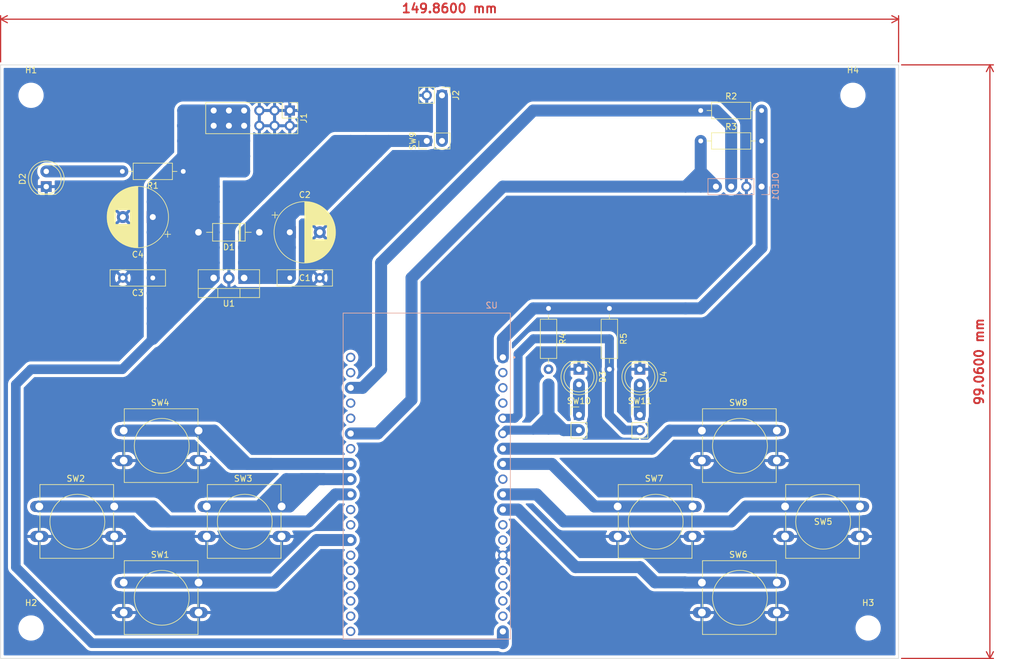
<source format=kicad_pcb>
(kicad_pcb (version 20211014) (generator pcbnew)
  (layers (0 "F.Cu" signal) (31 "B.Cu" signal) (34 "B.Paste" user) (35 "F.Paste" user) (36 "B.SilkS" user "B.Silkscreen") (37 "F.SilkS" user "F.Silkscreen") (38 "B.Mask" user) (39 "F.Mask" user) (44 "Edge.Cuts" user))
  (net 0 "")
  (net 1 "Net-(C1-Pad1)")
  (net 2 "GND")
  (net 3 "+5V")
  (net 4 "Net-(D2-Pad2)")
  (net 5 "Net-(D3-Pad2)")
  (net 6 "Net-(D4-Pad2)")
  (net 7 "VCC")
  (net 8 "+3.3V")
  (net 9 "SCL")
  (net 10 "SDA")
  (net 11 "5")
  (net 12 "6")
  (net 13 "A")
  (net 14 "B")
  (net 15 "C")
  (net 16 "D")
  (net 17 "1")
  (net 18 "2")
  (net 19 "3")
  (net 20 "4")
  (footprint "Button_Switch_THT:SW_PUSH-12mm" (layer "F.Cu") (at 69.96 124.5)
    (fp_text reference "SW2" (at 6.08 -4.66) (layer "F.SilkS"))
    (fp_text value "SW_Push_Dual")
    (pad "1" thru_hole oval (at 0 0) (size 3.048 1.85) (drill 1.3) (layers *.Cu *.Mask) (net 14 "B"))
    (pad "1" thru_hole oval (at 12.5 0) (size 3.048 1.85) (drill 1.3) (layers *.Cu *.Mask) (net 14 "B"))
    (pad "2" thru_hole oval (at 0 5) (size 3.048 1.85) (drill 1.3) (layers *.Cu *.Mask) (net 2 "GND"))
    (pad "2" thru_hole oval (at 12.5 5) (size 3.048 1.85) (drill 1.3) (layers *.Cu *.Mask) (net 2 "GND"))
  )
  (footprint "MountingHole:MountingHole_3.2mm_M3" (layer "F.Cu") (at 208.28 144.78)
    (fp_text reference "H3" (at 0 -4.2) (layer "F.SilkS"))
    (fp_text value "MountingHole")
    (pad "" np_thru_hole circle (at 0 0) (size 3.2 3.2) (drill 3.2) (layers *.Cu *.Mask))
  )
  (footprint "Button_Switch_THT:SW_PUSH-12mm" (layer "F.Cu") (at 166.48 124.5)
    (fp_text reference "SW7" (at 6.08 -4.66) (layer "F.SilkS"))
    (fp_text value "SW_Push_Dual")
    (pad "1" thru_hole oval (at 0 0) (size 3.048 1.85) (drill 1.3) (layers *.Cu *.Mask) (net 19 "3"))
    (pad "1" thru_hole oval (at 12.5 0) (size 3.048 1.85) (drill 1.3) (layers *.Cu *.Mask) (net 19 "3"))
    (pad "2" thru_hole oval (at 0 5) (size 3.048 1.85) (drill 1.3) (layers *.Cu *.Mask) (net 2 "GND"))
    (pad "2" thru_hole oval (at 12.5 5) (size 3.048 1.85) (drill 1.3) (layers *.Cu *.Mask) (net 2 "GND"))
  )
  (footprint "Button_Switch_THT:SW_PUSH-12mm" (layer "F.Cu") (at 97.9 124.5)
    (fp_text reference "SW3" (at 6.08 -4.66) (layer "F.SilkS"))
    (fp_text value "SW_Push_Dual")
    (pad "1" thru_hole oval (at 0 0) (size 3.048 1.85) (drill 1.3) (layers *.Cu *.Mask) (net 15 "C"))
    (pad "1" thru_hole oval (at 12.5 0) (size 3.048 1.85) (drill 1.3) (layers *.Cu *.Mask) (net 15 "C"))
    (pad "2" thru_hole oval (at 12.5 5) (size 3.048 1.85) (drill 1.3) (layers *.Cu *.Mask) (net 2 "GND"))
    (pad "2" thru_hole oval (at 0 5) (size 3.048 1.85) (drill 1.3) (layers *.Cu *.Mask) (net 2 "GND"))
  )
  (footprint "MountingHole:MountingHole_3.2mm_M3" (layer "F.Cu") (at 68.58 144.78)
    (fp_text reference "H2" (at 0 -4.2) (layer "F.SilkS"))
    (fp_text value "MountingHole")
    (pad "" np_thru_hole circle (at 0 0) (size 3.2 3.2) (drill 3.2) (layers *.Cu *.Mask))
  )
  (footprint "Connector_PinHeader_2.54mm:PinHeader_1x02_P2.54mm_Vertical" (layer "F.Cu") (at 170.18 109.22)
    (fp_text reference "SW11" (at 0 -2.33) (layer "F.SilkS"))
    (fp_text value "SW_DIP_x01")
    (pad "1" thru_hole rect (at 0 0) (size 1.7 1.7) (drill 1) (layers *.Cu *.Mask) (net 6 "Net-(D4-Pad2)"))
    (pad "2" thru_hole oval (at 0 2.54) (size 1.7 1.7) (drill 1) (layers *.Cu *.Mask) (net 12 "6"))
  )
  (footprint "LED_THT:LED_D5.0mm" (layer "F.Cu") (at 71.12 71.12 90)
    (fp_text reference "D2" (at 1.27 -3.96 90) (layer "F.SilkS"))
    (fp_text value "LED")
    (pad "1" thru_hole rect (at 0 0 90) (size 1.8 1.8) (drill 0.9) (layers *.Cu *.Mask) (net 2 "GND"))
    (pad "2" thru_hole circle (at 2.54 0 90) (size 1.8 1.8) (drill 0.9) (layers *.Cu *.Mask) (net 4 "Net-(D2-Pad2)"))
  )
  (footprint "Connector_PinHeader_2.54mm:PinHeader_1x02_P2.54mm_Vertical" (layer "F.Cu") (at 160.02 109.22)
    (fp_text reference "SW10" (at 0 -2.33) (layer "F.SilkS"))
    (fp_text value "SW_DIP_x01")
    (pad "1" thru_hole rect (at 0 0) (size 1.7 1.7) (drill 1) (layers *.Cu *.Mask) (net 5 "Net-(D3-Pad2)"))
    (pad "2" thru_hole oval (at 0 2.54) (size 1.7 1.7) (drill 1) (layers *.Cu *.Mask) (net 11 "5"))
  )
  (footprint "Button_Switch_THT:SW_PUSH-12mm" (layer "F.Cu") (at 180.54 137.2)
    (fp_text reference "SW6" (at 6.08 -4.66) (layer "F.SilkS"))
    (fp_text value "SW_Push_Dual")
    (pad "1" thru_hole oval (at 0 0) (size 3.048 1.85) (drill 1.3) (layers *.Cu *.Mask) (net 18 "2"))
    (pad "1" thru_hole oval (at 12.5 0) (size 3.048 1.85) (drill 1.3) (layers *.Cu *.Mask) (net 18 "2"))
    (pad "2" thru_hole oval (at 0 5) (size 3.048 1.85) (drill 1.3) (layers *.Cu *.Mask) (net 2 "GND"))
    (pad "2" thru_hole oval (at 12.5 5) (size 3.048 1.85) (drill 1.3) (layers *.Cu *.Mask) (net 2 "GND"))
  )
  (footprint "Capacitor_THT:C_Disc_D9.0mm_W2.5mm_P5.00mm" (layer "F.Cu") (at 88.9 86.36 180)
    (fp_text reference "C3" (at 2.5 -2.5) (layer "F.SilkS"))
    (fp_text value "0.1μF")
    (pad "1" thru_hole circle (at 0 0 180) (size 1.6 1.6) (drill 0.8) (layers *.Cu *.Mask) (net 3 "+5V"))
    (pad "2" thru_hole circle (at 5 0 180) (size 1.6 1.6) (drill 0.8) (layers *.Cu *.Mask) (net 2 "GND"))
  )
  (footprint "Resistor_THT:R_Axial_DIN0207_L6.3mm_D2.5mm_P10.16mm_Horizontal" (layer "F.Cu") (at 154.94 91.44 -90)
    (fp_text reference "R4" (at 5.08 -2.37 90) (layer "F.SilkS"))
    (fp_text value "220")
    (pad "1" thru_hole circle (at 0 0 270) (size 1.6 1.6) (drill 0.8) (layers *.Cu *.Mask) (net 8 "+3.3V"))
    (pad "2" thru_hole oval (at 10.16 0 270) (size 1.6 1.6) (drill 0.8) (layers *.Cu *.Mask) (net 11 "5"))
  )
  (footprint "Resistor_THT:R_Axial_DIN0207_L6.3mm_D2.5mm_P10.16mm_Horizontal" (layer "F.Cu") (at 180.34 63.5)
    (fp_text reference "R3" (at 5.08 -2.37) (layer "F.SilkS"))
    (fp_text value "10k")
    (pad "1" thru_hole circle (at 0 0) (size 1.6 1.6) (drill 0.8) (layers *.Cu *.Mask) (net 10 "SDA"))
    (pad "2" thru_hole oval (at 10.16 0) (size 1.6 1.6) (drill 0.8) (layers *.Cu *.Mask) (net 8 "+3.3V"))
  )
  (footprint "MountingHole:MountingHole_3.2mm_M3" (layer "F.Cu") (at 205.74 55.88)
    (fp_text reference "H4" (at 0 -4.2) (layer "F.SilkS"))
    (fp_text value "MountingHole")
    (pad "" np_thru_hole circle (at 0 0) (size 3.2 3.2) (drill 3.2) (layers *.Cu *.Mask))
  )
  (footprint "LED_THT:LED_D5.0mm" (layer "F.Cu") (at 170.18 101.6 -90)
    (fp_text reference "D4" (at 1.27 -3.96 90) (layer "F.SilkS"))
    (fp_text value "LED")
    (pad "1" thru_hole rect (at 0 0 270) (size 1.8 1.8) (drill 0.9) (layers *.Cu *.Mask) (net 2 "GND"))
    (pad "2" thru_hole circle (at 2.54 0 270) (size 1.8 1.8) (drill 0.9) (layers *.Cu *.Mask) (net 6 "Net-(D4-Pad2)"))
  )
  (footprint "LED_THT:LED_D5.0mm" (layer "F.Cu") (at 160.02 101.6 -90)
    (fp_text reference "D3" (at 1.27 -3.96 90) (layer "F.SilkS"))
    (fp_text value "LED")
    (pad "1" thru_hole rect (at 0 0 270) (size 1.8 1.8) (drill 0.9) (layers *.Cu *.Mask) (net 2 "GND"))
    (pad "2" thru_hole circle (at 2.54 0 270) (size 1.8 1.8) (drill 0.9) (layers *.Cu *.Mask) (net 5 "Net-(D3-Pad2)"))
  )
  (footprint "Button_Switch_THT:SW_PUSH-12mm" (layer "F.Cu") (at 84.04 111.84)
    (fp_text reference "SW4" (at 6.08 -4.66) (layer "F.SilkS"))
    (fp_text value "SW_Push_Dual")
    (pad "1" thru_hole oval (at 0 0) (size 3.048 1.85) (drill 1.3) (layers *.Cu *.Mask) (net 16 "D"))
    (pad "1" thru_hole oval (at 12.5 0) (size 3.048 1.85) (drill 1.3) (layers *.Cu *.Mask) (net 16 "D"))
    (pad "2" thru_hole oval (at 0 5) (size 3.048 1.85) (drill 1.3) (layers *.Cu *.Mask) (net 2 "GND"))
    (pad "2" thru_hole oval (at 12.5 5) (size 3.048 1.85) (drill 1.3) (layers *.Cu *.Mask) (net 2 "GND"))
  )
  (footprint "Button_Switch_THT:SW_PUSH-12mm" (layer "F.Cu") (at 194.42 124.5)
    (fp_text reference "SW5" (at 6.35 2.54) (layer "F.SilkS"))
    (fp_text value "SW_Push_Dual")
    (pad "1" thru_hole oval (at 0 0) (size 3.048 1.85) (drill 1.3) (layers *.Cu *.Mask) (net 17 "1"))
    (pad "1" thru_hole oval (at 12.5 0) (size 3.048 1.85) (drill 1.3) (layers *.Cu *.Mask) (net 17 "1"))
    (pad "2" thru_hole oval (at 0 5) (size 3.048 1.85) (drill 1.3) (layers *.Cu *.Mask) (net 2 "GND"))
    (pad "2" thru_hole oval (at 12.5 5) (size 3.048 1.85) (drill 1.3) (layers *.Cu *.Mask) (net 2 "GND"))
  )
  (footprint "Button_Switch_THT:SW_PUSH-12mm" (layer "F.Cu") (at 180.54 111.84)
    (fp_text reference "SW8" (at 6.08 -4.66) (layer "F.SilkS"))
    (fp_text value "SW_Push_Dual")
    (pad "1" thru_hole oval (at 12.5 0) (size 3.048 1.85) (drill 1.3) (layers *.Cu *.Mask) (net 20 "4"))
    (pad "1" thru_hole oval (at 0 0) (size 3.048 1.85) (drill 1.3) (layers *.Cu *.Mask) (net 20 "4"))
    (pad "2" thru_hole oval (at 12.5 5) (size 3.048 1.85) (drill 1.3) (layers *.Cu *.Mask) (net 2 "GND"))
    (pad "2" thru_hole oval (at 0 5) (size 3.048 1.85) (drill 1.3) (layers *.Cu *.Mask) (net 2 "GND"))
  )
  (footprint "Diode_THT:D_DO-41_SOD81_P10.16mm_Horizontal" (layer "F.Cu") (at 106.68 78.74 180)
    (fp_text reference "D1" (at 5.08 -2.47) (layer "F.SilkS"))
    (fp_text value "D_Schottky")
    (pad "1" thru_hole rect (at 0 0 180) (size 2.2 2.2) (drill 1.1) (layers *.Cu *.Mask) (net 1 "Net-(C1-Pad1)"))
    (pad "2" thru_hole oval (at 10.16 0 180) (size 2.2 2.2) (drill 1.1) (layers *.Cu *.Mask) (net 3 "+5V"))
  )
  (footprint "Resistor_THT:R_Axial_DIN0207_L6.3mm_D2.5mm_P10.16mm_Horizontal" (layer "F.Cu") (at 165.1 91.44 -90)
    (fp_text reference "R5" (at 5.08 -2.37 90) (layer "F.SilkS"))
    (fp_text value "220")
    (pad "1" thru_hole circle (at 0 0 270) (size 1.6 1.6) (drill 0.8) (layers *.Cu *.Mask) (net 8 "+3.3V"))
    (pad "2" thru_hole oval (at 10.16 0 270) (size 1.6 1.6) (drill 0.8) (layers *.Cu *.Mask) (net 12 "6"))
  )
  (footprint "Button_Switch_THT:SW_PUSH-12mm" (layer "F.Cu") (at 84.04 137.2)
    (fp_text reference "SW1" (at 6.08 -4.66) (layer "F.SilkS"))
    (fp_text value "SW_Push_Dual")
    (pad "1" thru_hole oval (at 0 0) (size 3.048 1.85) (drill 1.3) (layers *.Cu *.Mask) (net 13 "A"))
    (pad "1" thru_hole oval (at 12.5 0) (size 3.048 1.85) (drill 1.3) (layers *.Cu *.Mask) (net 13 "A"))
    (pad "2" thru_hole oval (at 0 5) (size 3.048 1.85) (drill 1.3) (layers *.Cu *.Mask) (net 2 "GND"))
    (pad "2" thru_hole oval (at 12.5 5) (size 3.048 1.85) (drill 1.3) (layers *.Cu *.Mask) (net 2 "GND"))
  )
  (footprint "Connector_PinHeader_2.54mm:PinHeader_2x06_P2.54mm_Vertical" (layer "F.Cu") (at 111.76 58.42 -90)
    (fp_text reference "J1" (at 1.27 -2.33 90) (layer "F.SilkS"))
    (fp_text value "Conn_02x06_Odd_Even")
    (pad "1" thru_hole rect (at 0 0 270) (size 1.7 1.7) (drill 1) (layers *.Cu *.Mask) (net 2 "GND"))
    (pad "2" thru_hole oval (at 2.54 0 270) (size 1.7 1.7) (drill 1) (layers *.Cu *.Mask) (net 2 "GND"))
    (pad "3" thru_hole oval (at 0 2.54 270) (size 1.7 1.7) (drill 1) (layers *.Cu *.Mask) (net 2 "GND"))
    (pad "4" thru_hole oval (at 2.54 2.54 270) (size 1.7 1.7) (drill 1) (layers *.Cu *.Mask) (net 2 "GND"))
    (pad "5" thru_hole oval (at 0 5.08 270) (size 1.7 1.7) (drill 1) (layers *.Cu *.Mask) (net 2 "GND"))
    (pad "6" thru_hole oval (at 2.54 5.08 270) (size 1.7 1.7) (drill 1) (layers *.Cu *.Mask) (net 2 "GND"))
    (pad "7" thru_hole oval (at 0 7.62 270) (size 1.7 1.7) (drill 1) (layers *.Cu *.Mask) (net 3 "+5V"))
    (pad "8" thru_hole oval (at 2.54 7.62 270) (size 1.7 1.7) (drill 1) (layers *.Cu *.Mask) (net 3 "+5V"))
    (pad "9" thru_hole oval (at 0 10.16 270) (size 1.7 1.7) (drill 1) (layers *.Cu *.Mask) (net 3 "+5V"))
    (pad "10" thru_hole oval (at 2.54 10.16 270) (size 1.7 1.7) (drill 1) (layers *.Cu *.Mask) (net 3 "+5V"))
    (pad "11" thru_hole oval (at 0 12.7 270) (size 1.7 1.7) (drill 1) (layers *.Cu *.Mask) (net 3 "+5V"))
    (pad "12" thru_hole oval (at 2.54 12.7 270) (size 1.7 1.7) (drill 1) (layers *.Cu *.Mask) (net 3 "+5V"))
  )
  (footprint "Connector_PinHeader_2.54mm:PinHeader_1x02_P2.54mm_Vertical" (layer "F.Cu") (at 134.62 63.5 90)
    (fp_text reference "SW9" (at 0 -2.33 90) (layer "F.SilkS"))
    (fp_text value "SW_DIP_x01")
    (pad "1" thru_hole rect (at 0 0 90) (size 1.7 1.7) (drill 1) (layers *.Cu *.Mask) (net 1 "Net-(C1-Pad1)"))
    (pad "2" thru_hole oval (at 0 2.54 90) (size 1.7 1.7) (drill 1) (layers *.Cu *.Mask) (net 7 "VCC"))
  )
  (footprint "Capacitor_THT:CP_Radial_D10.0mm_P5.00mm" (layer "F.Cu") (at 111.76 78.74)
    (fp_text reference "C2" (at 2.5 -6.25) (layer "F.SilkS"))
    (fp_text value "10uF～100uF")
    (pad "1" thru_hole rect (at 0 0) (size 2 2) (drill 1) (layers *.Cu *.Mask) (net 1 "Net-(C1-Pad1)"))
    (pad "2" thru_hole circle (at 5 0) (size 2 2) (drill 1) (layers *.Cu *.Mask) (net 2 "GND"))
  )
  (footprint "Resistor_THT:R_Axial_DIN0207_L6.3mm_D2.5mm_P10.16mm_Horizontal" (layer "F.Cu") (at 93.98 68.58 180)
    (fp_text reference "R1" (at 5.08 -2.37) (layer "F.SilkS"))
    (fp_text value "510")
    (pad "1" thru_hole circle (at 0 0 180) (size 1.6 1.6) (drill 0.8) (layers *.Cu *.Mask) (net 3 "+5V"))
    (pad "2" thru_hole oval (at 10.16 0 180) (size 1.6 1.6) (drill 0.8) (layers *.Cu *.Mask) (net 4 "Net-(D2-Pad2)"))
  )
  (footprint "MountingHole:MountingHole_3.2mm_M3" (layer "F.Cu") (at 68.58 55.88)
    (fp_text reference "H1" (at 0 -4.2) (layer "F.SilkS"))
    (fp_text value "MountingHole")
    (pad "" np_thru_hole circle (at 0 0) (size 3.2 3.2) (drill 3.2) (layers *.Cu *.Mask))
  )
  (footprint "Resistor_THT:R_Axial_DIN0207_L6.3mm_D2.5mm_P10.16mm_Horizontal" (layer "F.Cu") (at 180.34 58.42)
    (fp_text reference "R2" (at 5.08 -2.37) (layer "F.SilkS"))
    (fp_text value "10k")
    (pad "1" thru_hole circle (at 0 0) (size 1.6 1.6) (drill 0.8) (layers *.Cu *.Mask) (net 9 "SCL"))
    (pad "2" thru_hole oval (at 10.16 0) (size 1.6 1.6) (drill 0.8) (layers *.Cu *.Mask) (net 8 "+3.3V"))
  )
  (footprint "Package_TO_SOT_THT:TO-220-3_Vertical" (layer "F.Cu") (at 104.14 86.36 180)
    (fp_text reference "U1" (at 2.54 -4.27) (layer "F.SilkS"))
    (fp_text value "7805")
    (pad "1" thru_hole rect (at 0 0 180) (size 1.905 2) (drill 1.1) (layers *.Cu *.Mask) (net 1 "Net-(C1-Pad1)"))
    (pad "2" thru_hole oval (at 2.54 0 180) (size 1.905 2) (drill 1.1) (layers *.Cu *.Mask) (net 2 "GND"))
    (pad "3" thru_hole oval (at 5.08 0 180) (size 1.905 2) (drill 1.1) (layers *.Cu *.Mask) (net 3 "+5V"))
  )
  (footprint "Capacitor_THT:C_Disc_D9.0mm_W2.5mm_P5.00mm" (layer "F.Cu") (at 111.76 86.36)
    (fp_text reference "C1" (at 2.5 0) (layer "F.SilkS"))
    (fp_text value "0.1μF")
    (pad "1" thru_hole circle (at 0 0) (size 1.6 1.6) (drill 0.8) (layers *.Cu *.Mask) (net 1 "Net-(C1-Pad1)"))
    (pad "2" thru_hole circle (at 5 0) (size 1.6 1.6) (drill 0.8) (layers *.Cu *.Mask) (net 2 "GND"))
  )
  (footprint "Connector_PinHeader_2.54mm:PinHeader_1x02_P2.54mm_Vertical" (layer "F.Cu") (at 137.16 55.88 -90)
    (fp_text reference "J2" (at 0 -2.33 90) (layer "F.SilkS"))
    (fp_text value "Conn_01x02_Female")
    (pad "1" thru_hole rect (at 0 0 270) (size 1.7 1.7) (drill 1) (layers *.Cu *.Mask) (net 7 "VCC"))
    (pad "2" thru_hole oval (at 0 2.54 270) (size 1.7 1.7) (drill 1) (layers *.Cu *.Mask) (net 2 "GND"))
  )
  (footprint "Capacitor_THT:CP_Radial_D10.0mm_P5.00mm" (layer "F.Cu") (at 88.9 76.2 180)
    (fp_text reference "C4" (at 2.5 -6.25) (layer "F.SilkS"))
    (fp_text value "10uF～100uF")
    (pad "1" thru_hole rect (at 0 0 180) (size 2 2) (drill 1) (layers *.Cu *.Mask) (net 3 "+5V"))
    (pad "2" thru_hole circle (at 5 0 180) (size 2 2) (drill 1) (layers *.Cu *.Mask) (net 2 "GND"))
  )
  (footprint "Connector_PinHeader_2.54mm:PinHeader_1x04_P2.54mm_Vertical" (layer "B.Cu") (at 190.5 71.12 90)
    (fp_text reference "OLED1" (at 0 2.33 90) (layer "B.SilkS") (effects (justify mirror)))
    (fp_text value "OLED")
    (pad "1" thru_hole rect (at 0 0 90) (size 1.7 1.7) (drill 1) (layers *.Cu *.Mask) (net 8 "+3.3V"))
    (pad "2" thru_hole oval (at 0 -2.54 90) (size 1.7 1.7) (drill 1) (layers *.Cu *.Mask) (net 2 "GND"))
    (pad "3" thru_hole oval (at 0 -5.08 90) (size 1.7 1.7) (drill 1) (layers *.Cu *.Mask) (net 9 "SCL"))
    (pad "4" thru_hole oval (at 0 -7.62 90) (size 1.7 1.7) (drill 1) (layers *.Cu *.Mask) (net 10 "SDA"))
  )
  (footprint "ESP32-DEVKITC-32D:MODULE_ESP32-DEVKITC-32D" (layer "B.Cu") (at 134.62 119.38 180)
    (fp_text reference "U2" (at -10.829175 28.446045) (layer "B.SilkS") (effects (font (size 1.000386 1.000386)) (justify mirror)))
    (fp_text value "ESP32-DEVKITC-32D")
    (pad "J2-1" thru_hole rect locked (at -12.7 19.76 180) (size 1.56 1.56) (drill 1.04) (layers *.Cu *.Mask) (net 8 "+3.3V"))
    (pad "J2-2" thru_hole circle locked (at -12.7 17.22 180) (size 1.56 1.56) (drill 1.04) (layers *.Cu *.Mask))
    (pad "J2-3" thru_hole circle locked (at -12.7 14.68 180) (size 1.56 1.56) (drill 1.04) (layers *.Cu *.Mask))
    (pad "J2-4" thru_hole circle locked (at -12.7 12.14 180) (size 1.56 1.56) (drill 1.04) (layers *.Cu *.Mask))
    (pad "J2-5" thru_hole circle locked (at -12.7 9.6 180) (size 1.56 1.56) (drill 1.04) (layers *.Cu *.Mask) (net 12 "6"))
    (pad "J2-6" thru_hole circle locked (at -12.7 7.06 180) (size 1.56 1.56) (drill 1.04) (layers *.Cu *.Mask) (net 11 "5"))
    (pad "J2-7" thru_hole circle locked (at -12.7 4.52 180) (size 1.56 1.56) (drill 1.04) (layers *.Cu *.Mask) (net 20 "4"))
    (pad "J2-8" thru_hole circle locked (at -12.7 1.98 180) (size 1.56 1.56) (drill 1.04) (layers *.Cu *.Mask) (net 19 "3"))
    (pad "J2-9" thru_hole circle locked (at -12.7 -0.56 180) (size 1.56 1.56) (drill 1.04) (layers *.Cu *.Mask))
    (pad "J2-10" thru_hole circle locked (at -12.7 -3.1 180) (size 1.56 1.56) (drill 1.04) (layers *.Cu *.Mask) (net 17 "1"))
    (pad "J2-11" thru_hole circle locked (at -12.7 -5.64 180) (size 1.56 1.56) (drill 1.04) (layers *.Cu *.Mask) (net 18 "2"))
    (pad "J2-12" thru_hole circle locked (at -12.7 -8.18 180) (size 1.56 1.56) (drill 1.04) (layers *.Cu *.Mask))
    (pad "J2-13" thru_hole circle locked (at -12.7 -10.72 180) (size 1.56 1.56) (drill 1.04) (layers *.Cu *.Mask))
    (pad "J2-14" thru_hole circle locked (at -12.7 -13.26 180) (size 1.56 1.56) (drill 1.04) (layers *.Cu *.Mask) (net 2 "GND"))
    (pad "J2-15" thru_hole circle locked (at -12.7 -15.8 180) (size 1.56 1.56) (drill 1.04) (layers *.Cu *.Mask))
    (pad "J2-16" thru_hole circle locked (at -12.7 -18.34 180) (size 1.56 1.56) (drill 1.04) (layers *.Cu *.Mask))
    (pad "J2-17" thru_hole circle locked (at -12.7 -20.88 180) (size 1.56 1.56) (drill 1.04) (layers *.Cu *.Mask))
    (pad "J2-18" thru_hole circle locked (at -12.7 -23.42 180) (size 1.56 1.56) (drill 1.04) (layers *.Cu *.Mask))
    (pad "J2-19" thru_hole circle locked (at -12.7 -25.96 180) (size 1.56 1.56) (drill 1.04) (layers *.Cu *.Mask) (net 3 "+5V"))
    (pad "J3-1" thru_hole circle locked (at 12.7 19.76 180) (size 1.56 1.56) (drill 1.04) (layers *.Cu *.Mask))
    (pad "J3-2" thru_hole circle locked (at 12.7 17.22 180) (size 1.56 1.56) (drill 1.04) (layers *.Cu *.Mask))
    (pad "J3-3" thru_hole circle locked (at 12.7 14.68 180) (size 1.56 1.56) (drill 1.04) (layers *.Cu *.Mask) (net 9 "SCL"))
    (pad "J3-4" thru_hole circle locked (at 12.7 12.14 180) (size 1.56 1.56) (drill 1.04) (layers *.Cu *.Mask))
    (pad "J3-5" thru_hole circle locked (at 12.7 9.6 180) (size 1.56 1.56) (drill 1.04) (layers *.Cu *.Mask))
    (pad "J3-6" thru_hole circle locked (at 12.7 7.06 180) (size 1.56 1.56) (drill 1.04) (layers *.Cu *.Mask) (net 10 "SDA"))
    (pad "J3-7" thru_hole circle locked (at 12.7 4.52 180) (size 1.56 1.56) (drill 1.04) (layers *.Cu *.Mask))
    (pad "J3-8" thru_hole circle locked (at 12.7 1.98 180) (size 1.56 1.56) (drill 1.04) (layers *.Cu *.Mask) (net 16 "D"))
    (pad "J3-9" thru_hole circle locked (at 12.7 -0.56 180) (size 1.56 1.56) (drill 1.04) (layers *.Cu *.Mask) (net 15 "C"))
    (pad "J3-10" thru_hole circle locked (at 12.7 -3.1 180) (size 1.56 1.56) (drill 1.04) (layers *.Cu *.Mask) (net 14 "B"))
    (pad "J3-11" thru_hole circle locked (at 12.7 -5.64 180) (size 1.56 1.56) (drill 1.04) (layers *.Cu *.Mask))
    (pad "J3-12" thru_hole circle locked (at 12.7 -8.18 180) (size 1.56 1.56) (drill 1.04) (layers *.Cu *.Mask))
    (pad "J3-13" thru_hole circle locked (at 12.7 -10.72 180) (size 1.56 1.56) (drill 1.04) (layers *.Cu *.Mask) (net 13 "A"))
    (pad "J3-14" thru_hole circle locked (at 12.7 -13.26 180) (size 1.56 1.56) (drill 1.04) (layers *.Cu *.Mask))
    (pad "J3-15" thru_hole circle locked (at 12.7 -15.8 180) (size 1.56 1.56) (drill 1.04) (layers *.Cu *.Mask))
    (pad "J3-16" thru_hole circle locked (at 12.7 -18.34 180) (size 1.56 1.56) (drill 1.04) (layers *.Cu *.Mask))
    (pad "J3-17" thru_hole circle locked (at 12.7 -20.88 180) (size 1.56 1.56) (drill 1.04) (layers *.Cu *.Mask))
    (pad "J3-18" thru_hole circle locked (at 12.7 -23.42 180) (size 1.56 1.56) (drill 1.04) (layers *.Cu *.Mask))
    (pad "J3-19" thru_hole circle locked (at 12.7 -25.96 180) (size 1.56 1.56) (drill 1.04) (layers *.Cu *.Mask))
  )
  (gr_rect (start 213.36 50.8) (end 63.5 149.86) (layer "Edge.Cuts") (width 0.1) (fill none))
  (dimension (type aligned) (layer "F.Cu") (pts (xy 213.36 50.8) (xy 213.36 149.86)) (height -15.24) (gr_text "99.0600 mm" (at 226.8 100.33 90) (layer "F.Cu") (effects (font (size 1.5 1.5) (thickness 0.3)))) (format (units 3) (units_format 1) (precision 4)) (style (thickness 0.2) (arrow_length 1.27) (text_position_mode 0) (extension_height 0.58642) (extension_offset 0.5) keep_text_aligned))
  (dimension (type aligned) (layer "F.Cu") (pts (xy 63.5 50.8) (xy 213.36 50.8)) (height -7.62) (gr_text "149.8600 mm" (at 138.43 41.38) (layer "F.Cu") (effects (font (size 1.5 1.5) (thickness 0.3)))) (format (units 3) (units_format 1) (precision 4)) (style (thickness 0.2) (arrow_length 1.27) (text_position_mode 0) (extension_height 0.58642) (extension_offset 0.5) keep_text_aligned))
  (segment (start 109.22 83.82) (end 111.76 86.36) (width 2) (layer "B.Cu") (net 1))
  (segment (start 110.49 74.93) (end 121.92 63.5) (width 2) (layer "B.Cu") (net 1))
  (segment (start 106.68 76.2) (end 106.68 78.74) (width 2) (layer "B.Cu") (net 1))
  (segment (start 128.27 63.5) (end 126.365 65.405) (width 2) (layer "B.Cu") (net 1))
  (segment (start 104.14 78.74) (end 106.68 81.28) (width 2) (layer "B.Cu") (net 1))
  (segment (start 111.76 81.28) (end 109.22 81.28) (width 2) (layer "B.Cu") (net 1))
  (segment (start 121.92 63.5) (end 121.92 66.04) (width 2) (layer "B.Cu") (net 1))
  (segment (start 106.68 78.74) (end 104.14 78.74) (width 2) (layer "B.Cu") (net 1))
  (segment (start 104.14 81.28) (end 104.14 83.82) (width 2) (layer "B.Cu") (net 1))
  (segment (start 113.03 74.93) (end 121.92 66.04) (width 2) (layer "B.Cu") (net 1))
  (segment (start 119.38 63.5) (end 124.46 63.5) (width 2) (layer "B.Cu") (net 1))
  (segment (start 121.92 68.58) (end 124.46 66.04) (width 2) (layer "B.Cu") (net 1))
  (segment (start 106.68 86.36) (end 106.68 81.28) (width 2) (layer "B.Cu") (net 1))
  (segment (start 107.95 82.55) (end 106.68 83.82) (width 2) (layer "B.Cu") (net 1))
  (segment (start 115.57 74.93) (end 113.03 74.93) (width 2) (layer "B.Cu") (net 1))
  (segment (start 104.14 78.74) (end 119.38 63.5) (width 2) (layer "B.Cu") (net 1))
  (segment (start 124.46 63.5) (end 128.27 63.5) (width 2) (layer "B.Cu") (net 1))
  (segment (start 134.62 63.5) (end 128.27 63.5) (width 2) (layer "B.Cu") (net 1))
  (segment (start 109.22 78.74) (end 111.76 78.74) (width 2) (layer "B.Cu") (net 1))
  (segment (start 111.76 76.2) (end 113.03 74.93) (width 2) (layer "B.Cu") (net 1))
  (segment (start 111.76 83.82) (end 106.68 78.74) (width 2) (layer "B.Cu") (net 1))
  (segment (start 104.14 81.28) (end 106.68 81.28) (width 2) (layer "B.Cu") (net 1))
  (segment (start 109.22 86.36) (end 109.22 83.82) (width 2) (layer "B.Cu") (net 1))
  (segment (start 106.68 81.28) (end 109.22 81.28) (width 2) (layer "B.Cu") (net 1))
  (segment (start 104.14 83.82) (end 104.14 86.36) (width 2) (layer "B.Cu") (net 1))
  (segment (start 126.365 65.405) (end 116.84 74.93) (width 2) (layer "B.Cu") (net 1))
  (segment (start 106.68 86.36) (end 104.14 83.82) (width 2) (layer "B.Cu") (net 1))
  (segment (start 106.68 83.82) (end 106.68 86.36) (width 2) (layer "B.Cu") (net 1))
  (segment (start 109.22 78.74) (end 109.22 76.2) (width 2) (layer "B.Cu") (net 1))
  (segment (start 104.14 78.74) (end 104.14 81.28) (width 2) (layer "B.Cu") (net 1))
  (segment (start 106.68 81.28) (end 107.95 82.55) (width 2) (layer "B.Cu") (net 1))
  (segment (start 107.95 74.93) (end 106.68 76.2) (width 2) (layer "B.Cu") (net 1))
  (segment (start 111.76 76.2) (end 109.22 76.2) (width 2) (layer "B.Cu") (net 1))
  (segment (start 104.14 81.28) (end 106.68 83.82) (width 2) (layer "B.Cu") (net 1))
  (segment (start 123.19 64.77) (end 124.46 66.04) (width 2) (layer "B.Cu") (net 1))
  (segment (start 124.46 63.5) (end 126.365 65.405) (width 2) (layer "B.Cu") (net 1))
  (segment (start 111.76 78.74) (end 111.76 76.2) (width 2) (layer "B.Cu") (net 1))
  (segment (start 109.22 83.82) (end 109.22 81.28) (width 2) (layer "B.Cu") (net 1))
  (segment (start 109.22 81.28) (end 111.76 78.74) (width 2) (layer "B.Cu") (net 1))
  (segment (start 106.68 86.36) (end 109.22 86.36) (width 2) (layer "B.Cu") (net 1))
  (segment (start 123.19 64.77) (end 121.92 66.04) (width 2) (layer "B.Cu") (net 1))
  (segment (start 109.22 78.74) (end 109.22 81.28) (width 2) (layer "B.Cu") (net 1))
  (segment (start 107.95 82.55) (end 109.22 83.82) (width 2) (layer "B.Cu") (net 1))
  (segment (start 104.14 86.36) (end 106.68 86.36) (width 2) (layer "B.Cu") (net 1))
  (segment (start 111.76 78.74) (end 111.76 81.28) (width 2) (layer "B.Cu") (net 1))
  (segment (start 121.92 68.58) (end 115.57 74.93) (width 2) (layer "B.Cu") (net 1))
  (segment (start 121.92 66.04) (end 121.92 68.58) (width 2) (layer "B.Cu") (net 1))
  (segment (start 106.68 78.74) (end 109.22 78.74) (width 2) (layer "B.Cu") (net 1))
  (segment (start 111.76 81.28) (end 111.76 86.36) (width 2) (layer "B.Cu") (net 1))
  (segment (start 109.22 78.74) (end 111.76 76.2) (width 2) (layer "B.Cu") (net 1))
  (segment (start 109.22 76.2) (end 106.68 76.2) (width 2) (layer "B.Cu") (net 1))
  (segment (start 111.76 86.36) (end 111.76 83.82) (width 2) (layer "B.Cu") (net 1))
  (segment (start 124.46 66.04) (end 124.46 63.5) (width 2) (layer "B.Cu") (net 1))
  (segment (start 110.49 74.93) (end 107.95 74.93) (width 2) (layer "B.Cu") (net 1))
  (segment (start 121.92 63.5) (end 123.19 64.77) (width 2) (layer "B.Cu") (net 1))
  (segment (start 109.22 86.36) (end 111.76 86.36) (width 2) (layer "B.Cu") (net 1))
  (segment (start 106.68 86.36) (end 109.22 83.82) (width 2) (layer "B.Cu") (net 1))
  (segment (start 106.68 76.2) (end 109.22 78.74) (width 2) (layer "B.Cu") (net 1))
  (segment (start 113.03 74.93) (end 110.49 74.93) (width 2) (layer "B.Cu") (net 1))
  (segment (start 116.84 74.93) (end 115.57 74.93) (width 2) (layer "B.Cu") (net 1))
  (segment (start 96.52 66.04) (end 99.06 68.58) (width 2) (layer "B.Cu") (net 3))
  (segment (start 104.14 68.58) (end 104.14 66.04) (width 2) (layer "B.Cu") (net 3))
  (segment (start 96.52 83.82) (end 96.52 86.36) (width 2) (layer "B.Cu") (net 3))
  (segment (start 147.32 145.34) (end 147.32 147.32) (width 2) (layer "B.Cu") (net 3))
  (segment (start 104.14 58.42) (end 104.14 60.96) (width 2) (layer "B.Cu") (net 3))
  (segment (start 93.98 78.74) (end 91.44 76.2) (width 2) (layer "B.Cu") (net 3))
  (segment (start 96.52 83.82) (end 93.98 83.82) (width 2) (layer "B.Cu") (net 3))
  (segment (start 99.06 73.66) (end 99.06 71.12) (width 2) (layer "B.Cu") (net 3))
  (segment (start 93.98 81.28) (end 96.52 81.28) (width 2) (layer "B.Cu") (net 3))
  (segment (start 88.9 96.52) (end 83.82 101.6) (width 1.6) (layer "B.Cu") (net 3))
  (segment (start 88.9 88.9) (end 88.9 91.44) (width 2) (layer "B.Cu") (net 3))
  (segment (start 93.98 81.28) (end 93.98 83.82) (width 2) (layer "B.Cu") (net 3))
  (segment (start 91.44 68.58) (end 91.44 71.12) (width 2) (layer "B.Cu") (net 3))
  (segment (start 104.14 66.04) (end 101.6 66.04) (width 2) (layer "B.Cu") (net 3))
  (segment (start 104.14 58.42) (end 101.6 58.42) (width 2) (layer "B.Cu") (net 3))
  (segment (start 91.44 86.36) (end 93.98 83.82) (width 2) (layer "B.Cu") (net 3))
  (segment (start 101.6 63.5) (end 101.6 66.04) (width 2) (layer "B.Cu") (net 3))
  (segment (start 99.06 78.74) (end 99.06 76.2) (width 2) (layer "B.Cu") (net 3))
  (segment (start 91.44 91.44) (end 91.44 86.36) (width 2) (layer "B.Cu") (net 3))
  (segment (start 88.9 93.98) (end 91.44 93.98) (width 2) (layer "B.Cu") (net 3))
  (segment (start 99.06 63.5) (end 101.6 60.96) (width 2) (layer "B.Cu") (net 3))
  (segment (start 96.52 76.2) (end 96.52 73.66) (width 2) (layer "B.Cu") (net 3))
  (segment (start 96.52 78.74) (end 99.06 81.28) (width 2) (layer "B.Cu") (net 3))
  (segment (start 88.9 81.28) (end 93.98 81.28) (width 2) (layer "B.Cu") (net 3))
  (segment (start 91.44 81.28) (end 92.71 80.01) (width 2) (layer "B.Cu") (net 3))
  (segment (start 101.6 68.58) (end 101.6 66.04) (width 2) (layer "B.Cu") (net 3))
  (segment (start 93.98 58.42) (end 104.14 58.42) (width 2) (layer "B.Cu") (net 3))
  (segment (start 92.71 92.71) (end 91.44 93.98) (width 2) (layer "B.Cu") (net 3))
  (segment (start 104.14 66.04) (end 104.14 63.5) (width 2) (layer "B.Cu") (net 3))
  (segment (start 96.52 86.36) (end 99.06 86.36) (width 2) (layer "B.Cu") (net 3))
  (segment (start 96.52 76.2) (end 96.52 78.74) (width 2) (layer "B.Cu") (net 3))
  (segment (start 88.9 71.12) (end 91.44 68.58) (width 2) (layer "B.Cu") (net 3))
  (segment (start 91.44 76.2) (end 90.17 77.47) (width 2) (layer "B.Cu") (net 3))
  (segment (start 88.9 91.44) (end 88.9 93.98) (width 2) (layer "B.Cu") (net 3))
  (segment (start 93.98 76.2) (end 96.52 73.66) (width 2) (layer "B.Cu") (net 3))
  (segment (start 93.98 86.36) (end 96.52 83.82) (width 2) (layer "B.Cu") (net 3))
  (segment (start 93.98 86.36) (end 91.44 86.36) (width 2) (layer "B.Cu") (net 3))
  (segment (start 91.44 68.58) (end 93.98 66.04) (width 2) (layer "B.Cu") (net 3))
  (segment (start 91.44 88.9) (end 93.98 91.44) (width 2) (layer "B.Cu") (net 3))
  (segment (start 93.98 71.12) (end 96.52 68.58) (width 2) (layer "B.Cu") (net 3))
  (segment (start 96.52 73.66) (end 96.52 71.12) (width 2) (layer "B.Cu") (net 3))
  (segment (start 88.9 76.2) (end 91.44 73.66) (width 2) (layer "B.Cu") (net 3))
  (segment (start 88.9 86.36) (end 91.44 88.9) (width 2) (layer "B.Cu") (net 3))
  (segment (start 93.98 68.58) (end 93.98 63.5) (width 2) (layer "B.Cu") (net 3))
  (segment (start 88.9 91.44) (end 91.44 91.44) (width 2) (layer "B.Cu") (net 3))
  (segment (start 91.44 88.9) (end 91.44 91.44) (width 2) (layer "B.Cu") (net 3))
  (segment (start 101.6 60.96) (end 96.52 66.04) (width 2) (layer "B.Cu") (net 3))
  (segment (start 93.98 60.96) (end 93.98 58.42) (width 2) (layer "B.Cu") (net 3))
  (segment (start 91.44 68.58) (end 93.98 68.58) (width 2) (layer "B.Cu") (net 3))
  (segment (start 91.44 93.98) (end 88.9 96.52) (width 2) (layer "B.Cu") (net 3))
  (segment (start 78.74 147.32) (end 147.32 147.32) (width 1.6) (layer "B.Cu") (net 3))
  (segment (start 96.52 83.82) (end 99.06 86.36) (width 2) (layer "B.Cu") (net 3))
  (segment (start 93.98 78.74) (end 93.98 81.28) (width 2) (layer "B.Cu") (net 3))
  (segment (start 96.52 78.74) (end 96.52 81.28) (width 2) (layer "B.Cu") (net 3))
  (segment (start 91.44 78.74) (end 92.71 80.01) (width 2) (layer "B.Cu") (net 3))
  (segment (start 90.17 72.39) (end 91.44 71.12) (width 2) (layer "B.Cu") (net 3))
  (segment (start 99.06 63.5) (end 99.06 60.96) (width 2) (layer "B.Cu") (net 3))
  (segment (start 96.52 66.04) (end 93.98 68.58) (width 2) (layer "B.Cu") (net 3))
  (segment (start 96.52 81.28) (end 93.98 78.74) (width 2) (layer "B.Cu") (net 3))
  (segment (start 88.9 78.74) (end 91.44 81.28) (width 2) (layer "B.Cu") (net 3))
  (segment (start 101.6 60.96) (end 104.14 58.42) (width 2) (layer "B.Cu") (net 3))
  (segment (start 88.9 86.36) (end 91.44 83.82) (width 2) (layer "B.Cu") (net 3))
  (segment (start 93.98 71.12) (end 91.44 73.66) (width 2) (layer "B.Cu") (net 3))
  (segment (start 93.98 68.58) (end 96.52 68.58) (width 2) (layer "B.Cu") (net 3))
  (segment (start 93.98 63.5) (end 93.98 60.96) (width 2) (layer "B.Cu") (net 3))
  (segment (start 93.98 73.66) (end 93.98 76.2) (width 2) (layer "B.Cu") (net 3))
  (segment (start 88.9 86.36) (end 88.9 88.9) (width 2) (layer "B.Cu") (net 3))
  (segment (start 91.44 78.74) (end 93.98 78.74) (width 2) (layer "B.Cu") (net 3))
  (segment (start 93.98 88.9) (end 91.44 88.9) (width 2) (layer "B.Cu") (net 3))
  (segment (start 99.06 83.82) (end 99.06 81.28) (width 2) (layer "B.Cu") (net 3))
  (segment (start 93.98 58.42) (end 96.52 58.42) (width 2) (layer "B.Cu") (net 3))
  (segment (start 93.98 83.82) (end 96.52 81.28) (width 2) (layer "B.Cu") (net 3))
  (segment (start 96.52 86.36) (end 93.98 86.36) (width 2) (layer "B.Cu") (net 3))
  (segment (start 91.44 91.44) (end 91.44 93.98) (width 2) (layer "B.Cu") (net 3))
  (segment (start 99.06 76.2) (end 99.06 73.66) (width 2) (layer "B.Cu") (net 3))
  (segment (start 91.44 73.66) (end 93.98 76.2) (width 2) (layer "B.Cu") (net 3))
  (segment (start 88.9 88.9) (end 91.44 91.44) (width 2) (layer "B.Cu") (net 3))
  (segment (start 92.71 80.01) (end 93.98 78.74) (width 2) (layer "B.Cu") (net 3))
  (segment (start 99.06 60.96) (end 93.98 60.96) (width 2) (layer "B.Cu") (net 3))
  (segment (start 92.71 87.63) (end 93.98 88.9) (width 2) (layer "B.Cu") (net 3))
  (segment (start 93.98 60.96) (end 101.6 68.58) (width 2) (layer "B.Cu") (net 3))
  (segment (start 96.52 71.12) (end 96.52 68.58) (width 2) (layer "B.Cu") (net 3))
  (segment (start 91.44 71.12) (end 91.44 73.66) (width 2) (layer "B.Cu") (net 3))
  (segment (start 88.9 93.98) (end 88.9 96.52) (width 2) (layer "B.Cu") (net 3))
  (segment (start 101.6 60.96) (end 101.6 63.5) (width 2) (layer "B.Cu") (net 3))
  (segment (start 96.52 73.66) (end 99.06 76.2) (width 2) (layer "B.Cu") (net 3))
  (segment (start 93.98 60.96) (end 95.25 59.69) (width 2) (layer "B.Cu") (net 3))
  (segment (start 68.58 101.6) (end 66.04 104.14) (width 1.6) (layer "B.Cu") (net 3))
  (segment (start 91.44 86.36) (end 92.71 87.63) (width 2) (layer "B.Cu") (net 3))
  (segment (start 96.52 71.12) (end 99.06 73.66) (width 2) (layer "B.Cu") (net 3))
  (segment (start 88.9 78.74) (end 88.9 76.2) (width 2) (layer "B.Cu") (net 3))
  (segment (start 88.9 86.36) (end 88.9 83.82) (width 2) (layer "B.Cu") (net 3))
  (segment (start 93.98 73.66) (end 96.52 71.12) (width 2) (layer "B.Cu") (net 3))
  (segment (start 96.52 60.96) (end 99.06 63.5) (width 2) (layer "B.Cu") (net 3))
  (segment (start 88.9 76.2) (end 93.98 76.2) (width 2) (layer "B.Cu") (net 3))
  (segment (start 99.06 68.58) (end 104.14 68.58) (width 2) (layer "B.Cu") (net 3))
  (segment (start 93.98 76.2) (end 96.52 78.74) (width 2) (layer "B.Cu") (net 3))
  (segment (start 93.98 88.9) (end 93.98 91.44) (width 2) (layer "B.Cu") (net 3))
  (segment (start 93.98 91.44) (end 92.71 92.71) (width 2) (layer "B.Cu") (net 3))
  (segment (start 104.14 63.5) (end 104.14 58.42) (width 2) (layer "B.Cu") (net 3))
  (segment (start 99.06 86.36) (end 93.98 86.36) (width 2) (layer "B.Cu") (net 3))
  (segment (start 66.04 134.62) (end 78.74 147.32) (width 1.6) (layer "B.Cu") (net 3))
  (segment (start 91.44 83.82) (end 88.9 83.82) (width 2) (layer "B.Cu") (net 3))
  (segment (start 91.44 86.36) (end 88.9 86.36) (width 2) (layer "B.Cu") (net 3))
  (segment (start 96.52 76.2) (end 99.06 78.74) (width 2) (layer "B.Cu") (net 3))
  (segment (start 104.14 63.5) (end 101.6 60.96) (width 2) (layer "B.Cu") (net 3))
  (segment (start 99.06 81.28) (end 99.06 78.74) (width 2) (layer "B.Cu") (net 3))
  (segment (start 91.44 88.9) (end 88.9 88.9) (width 2) (layer "B.Cu") (net 3))
  (segment (start 88.9 81.28) (end 88.9 78.74) (width 2) (layer "B.Cu") (net 3))
  (segment (start 99.06 71.12) (end 99.06 68.58) (width 2) (layer "B.Cu") (net 3))
  (segment (start 93.98 73.66) (end 91.44 73.66) (width 2) (layer "B.Cu") (net 3))
  (segment (start 101.6 68.58) (end 104.14 68.58) (width 2) (layer "B.Cu") (net 3))
  (segment (start 93.98 68.58) (end 93.98 71.12) (width 2) (layer "B.Cu") (net 3))
  (segment (start 104.14 60.96) (end 101.6 60.96) (width 2) (layer "B.Cu") (net 3))
  (segment (start 104.14 66.04) (end 101.6 63.5) (width 2) (layer "B.Cu") (net 3))
  (segment (start 96.52 66.04) (end 96.52 63.5) (width 2) (layer "B.Cu") (net 3))
  (segment (start 104.14 60.96) (end 93.98 60.96) (width 2) (layer "B.Cu") (net 3))
  (segment (start 95.25 59.69) (end 96.52 58.42) (width 2) (layer "B.Cu") (net 3))
  (segment (start 66.04 104.14) (end 66.04 134.62) (width 1.6) (layer "B.Cu") (net 3))
  (segment (start 95.25 59.69) (end 100.33 59.69) (width 2) (layer "B.Cu") (net 3))
  (segment (start 83.82 101.6) (end 68.58 101.6) (width 1.6) (layer "B.Cu") (net 3))
  (segment (start 96.52 68.58) (end 99.06 71.12) (width 2) (layer "B.Cu") (net 3))
  (segment (start 96.52 63.5) (end 93.98 66.04) (width 2) (layer "B.Cu") (net 3))
  (segment (start 91.44 73.66) (end 91.44 76.2) (width 2) (layer "B.Cu") (net 3))
  (segment (start 88.9 83.82) (end 91.44 81.28) (width 2) (layer "B.Cu") (net 3))
  (segment (start 93.98 66.04) (end 96.52 66.04) (width 2) (layer "B.Cu") (net 3))
  (segment (start 93.98 68.58) (end 91.44 71.12) (width 2) (layer "B.Cu") (net 3))
  (segment (start 91.44 83.82) (end 93.98 81.28) (width 2) (layer "B.Cu") (net 3))
  (segment (start 93.98 71.12) (end 93.98 73.66) (width 2) (layer "B.Cu") (net 3))
  (segment (start 96.52 66.04) (end 99.06 63.5) (width 2) (layer "B.Cu") (net 3))
  (segment (start 96.52 68.58) (end 99.06 68.58) (width 2) (layer "B.Cu") (net 3))
  (segment (start 93.98 88.9) (end 96.52 86.36) (width 2) (layer "B.Cu") (net 3))
  (segment (start 99.06 86.36) (end 99.06 83.82) (width 2) (layer "B.Cu") (net 3))
  (segment (start 93.98 83.82) (end 91.44 83.82) (width 2) (layer "B.Cu") (net 3))
  (segment (start 101.6 63.5) (end 99.06 63.5) (width 2) (layer "B.Cu") (net 3))
  (segment (start 88.9 73.66) (end 88.9 71.12) (width 2) (layer "B.Cu") (net 3))
  (segment (start 96.52 68.58) (end 96.52 66.04) (width 2) (layer "B.Cu") (net 3))
  (segment (start 101.6 66.04) (end 99.06 63.5) (width 2) (layer "B.Cu") (net 3))
  (segment (start 96.52 58.42) (end 99.06 60.96) (width 2) (layer "B.Cu") (net 3))
  (segment (start 100.33 59.69) (end 101.6 60.96) (width 2) (layer "B.Cu") (net 3))
  (segment (start 93.98 63.5) (end 96.52 63.5) (width 2) (layer "B.Cu") (net 3))
  (segment (start 90.17 77.47) (end 88.9 78.74) (width 2) (layer "B.Cu") (net 3))
  (segment (start 90.17 77.47) (end 91.44 78.74) (width 2) (layer "B.Cu") (net 3))
  (segment (start 101.6 58.42) (end 101.6 60.96) (width 2) (layer "B.Cu") (net 3))
  (segment (start 88.9 83.82) (end 88.9 81.28) (width 2) (layer "B.Cu") (net 3))
  (segment (start 104.14 68.58) (end 101.6 66.04) (width 2) (layer "B.Cu") (net 3))
  (segment (start 101.6 60.96) (end 99.06 58.42) (width 2) (layer "B.Cu") (net 3))
  (segment (start 96.52 81.28) (end 99.06 83.82) (width 2) (layer "B.Cu") (net 3))
  (segment (start 96.52 81.28) (end 96.52 83.82) (width 2) (layer "B.Cu") (net 3))
  (segment (start 92.71 92.71) (end 91.44 91.44) (width 2) (layer "B.Cu") (net 3))
  (segment (start 93.98 86.36) (end 93.98 83.82) (width 2) (layer "B.Cu") (net 3))
  (segment (start 93.98 78.74) (end 96.52 78.74) (width 2) (layer "B.Cu") (net 3))
  (segment (start 88.9 91.44) (end 91.44 93.98) (width 2) (layer "B.Cu") (net 3))
  (segment (start 88.9 73.66) (end 90.17 72.39) (width 2) (layer "B.Cu") (net 3))
  (segment (start 88.9 76.2) (end 88.9 73.66) (width 2) (layer "B.Cu") (net 3))
  (segment (start 93.98 86.36) (end 93.98 88.9) (width 2) (layer "B.Cu") (net 3))
  (segment (start 93.98 91.44) (end 99.06 86.36) (width 2) (layer "B.Cu") (net 3))
  (segment (start 88.9 76.2) (end 96.52 76.2) (width 2) (layer "B.Cu") (net 3))
  (segment (start 83.82 68.58) (end 71.12 68.58) (width 2) (layer "B.Cu") (net 4))
  (segment (start 160.02 109.22) (end 160.02 104.14) (width 2) (layer "B.Cu") (net 5))
  (segment (start 170.18 109.22) (end 170.18 104.14) (width 2) (layer "B.Cu") (net 6))
  (segment (start 137.16 63.5) (end 137.16 55.88) (width 2) (layer "B.Cu") (net 7))
  (segment (start 190.5 71.12) (end 190.5 81.28) (width 2) (layer "B.Cu") (net 8))
  (segment (start 152.4 91.44) (end 147.32 96.52) (width 2) (layer "B.Cu") (net 8))
  (segment (start 190.5 63.5) (end 190.5 71.12) (width 2) (layer "B.Cu") (net 8))
  (segment (start 177.8 91.44) (end 154.94 91.44) (width 2) (layer "B.Cu") (net 8))
  (segment (start 190.5 81.28) (end 180.34 91.44) (width 2) (layer "B.Cu") (net 8))
  (segment (start 147.32 96.52) (end 147.32 99.62) (width 2) (layer "B.Cu") (net 8))
  (segment (start 190.5 58.42) (end 190.5 63.5) (width 2) (layer "B.Cu") (net 8))
  (segment (start 180.34 91.44) (end 177.8 91.44) (width 2) (layer "B.Cu") (net 8))
  (segment (start 154.94 91.44) (end 152.4 91.44) (width 2) (layer "B.Cu") (net 8))
  (segment (start 152.4 58.42) (end 127 83.82) (width 2) (layer "B.Cu") (net 9))
  (segment (start 127 101.6) (end 123.9 104.7) (width 2) (layer "B.Cu") (net 9))
  (segment (start 185.42 60.96) (end 185.42 71.12) (width 2) (layer "B.Cu") (net 9))
  (segment (start 127 83.82) (end 127 101.6) (width 2) (layer "B.Cu") (net 9))
  (segment (start 180.34 58.42) (end 152.4 58.42) (width 2) (layer "B.Cu") (net 9))
  (segment (start 182.88 58.42) (end 185.42 60.96) (width 2) (layer "B.Cu") (net 9))
  (segment (start 123.9 104.7) (end 121.92 104.7) (width 2) (layer "B.Cu") (net 9))
  (segment (start 180.34 58.42) (end 182.88 58.42) (width 2) (layer "B.Cu") (net 9))
  (segment (start 126.44 112.32) (end 132.08 106.68) (width 2) (layer "B.Cu") (net 10))
  (segment (start 180.34 68.58) (end 177.8 71.12) (width 2) (layer "B.Cu") (net 10))
  (segment (start 180.34 68.58) (end 180.34 63.5) (width 2) (layer "B.Cu") (net 10))
  (segment (start 177.8 71.12) (end 180.34 71.12) (width 2) (layer "B.Cu") (net 10))
  (segment (start 180.34 71.12) (end 180.34 68.58) (width 2) (layer "B.Cu") (net 10))
  (segment (start 121.92 112.32) (end 126.44 112.32) (width 2) (layer "B.Cu") (net 10))
  (segment (start 147.32 71.12) (end 177.8 71.12) (width 2) (layer "B.Cu") (net 10))
  (segment (start 180.34 71.12) (end 182.88 71.12) (width 2) (layer "B.Cu") (net 10))
  (segment (start 132.08 86.36) (end 147.32 71.12) (width 2) (layer "B.Cu") (net 10))
  (segment (start 180.34 68.58) (end 182.88 71.12) (width 2) (layer "B.Cu") (net 10))
  (segment (start 132.08 106.68) (end 132.08 86.36) (width 2) (layer "B.Cu") (net 10))
  (segment (start 147.88 111.76) (end 147.32 112.32) (width 1.5) (layer "B.Cu") (net 11))
  (segment (start 154.94 111.76) (end 152.4 111.76) (width 1.5) (layer "B.Cu") (net 11))
  (segment (start 152.4 111.76) (end 147.88 111.76) (width 1.5) (layer "B.Cu") (net 11))
  (segment (start 152.4 111.76) (end 154.94 109.22) (width 1.5) (layer "B.Cu") (net 11))
  (segment (start 154.94 104.14) (end 154.94 109.22) (width 2) (layer "B.Cu") (net 11))
  (segment (start 154.94 109.22) (end 157.48 111.76) (width 2) (layer "B.Cu") (net 11))
  (segment (start 157.48 111.76) (end 160.02 111.76) (width 2) (layer "B.Cu") (net 11))
  (segment (start 160.02 111.76) (end 154.94 111.76) (width 1.5) (layer "B.Cu") (net 11))
  (segment (start 154.94 109.22) (end 154.94 111.76) (width 1.5) (layer "B.Cu") (net 11))
  (segment (start 149.86 99.06) (end 149.86 109.22) (width 1.5) (layer "B.Cu") (net 12))
  (segment (start 165.1 109.22) (end 167.64 111.76) (width 1.5) (layer "B.Cu") (net 12))
  (segment (start 165.1 96.52) (end 152.4 96.52) (width 1.5) (layer "B.Cu") (net 12))
  (segment (start 149.86 109.22) (end 149.3 109.78) (width 1.5) (layer "B.Cu") (net 12))
  (segment (start 149.3 109.78) (end 147.32 109.78) (width 1.5) (layer "B.Cu") (net 12))
  (segment (start 152.4 96.52) (end 149.86 99.06) (width 1.5) (layer "B.Cu") (net 12))
  (segment (start 165.1 101.6) (end 165.1 96.52) (width 1.5) (layer "B.Cu") (net 12))
  (segment (start 165.1 101.6) (end 165.1 109.22) (width 1.5) (layer "B.Cu") (net 12))
  (segment (start 167.64 111.76) (end 170.18 111.76) (width 1.5) (layer "B.Cu") (net 12))
  (segment (start 96.54 137.2) (end 109.18 137.2) (width 2) (layer "B.Cu") (net 13))
  (segment (start 109.18 137.2) (end 116.28 130.1) (width 2) (layer "B.Cu") (net 13))
  (segment (start 84.04 137.2) (end 96.54 137.2) (width 2) (layer "B.Cu") (net 13))
  (segment (start 116.28 130.1) (end 121.92 130.1) (width 2) (layer "B.Cu") (net 13))
  (segment (start 119.39127 122.48) (end 121.92 122.48) (width 2) (layer "B.Cu") (net 14))
  (segment (start 114.87127 127) (end 119.39127 122.48) (width 2) (layer "B.Cu") (net 14))
  (segment (start 91.44 127) (end 114.87127 127) (width 2) (layer "B.Cu") (net 14))
  (segment (start 88.94 124.5) (end 91.44 127) (width 2) (layer "B.Cu") (net 14))
  (segment (start 82.46 124.5) (end 88.94 124.5) (width 2) (layer "B.Cu") (net 14))
  (segment (start 88.9 127) (end 91.44 127) (width 2) (layer "B.Cu") (net 14))
  (segment (start 69.96 124.5) (end 82.46 124.5) (width 2) (layer "B.Cu") (net 14))
  (segment (start 69.96 124.5) (end 86.4 124.5) (width 2) (layer "B.Cu") (net 14))
  (segment (start 86.4 124.5) (end 88.9 127) (width 2) (layer "B.Cu") (net 14))
  (segment (start 110.4 124.5) (end 110.4 123.1) (width 2) (layer "B.Cu") (net 15))
  (segment (start 117.4 119.94) (end 121.92 119.94) (width 2) (layer "B.Cu") (net 15))
  (segment (start 97.9 124.5) (end 110.4 124.5) (width 2) (layer "B.Cu") (net 15))
  (segment (start 110.4 123.1) (end 110.58 123.1) (width 2) (layer "B.Cu") (net 15))
  (segment (start 106.64 124.5) (end 109.18 124.5) (width 2) (layer "B.Cu") (net 15))
  (segment (start 106.64 124.5) (end 109.22 121.92) (width 2) (layer "B.Cu") (net 15))
  (segment (start 109.18 124.5) (end 110.4 124.5) (width 2) (layer "B.Cu") (net 15))
  (segment (start 111.72 124.5) (end 116.28 119.94) (width 2) (layer "B.Cu") (net 15))
  (segment (start 110.4 123.28) (end 109.18 124.5) (width 2) (layer "B.Cu") (net 15))
  (segment (start 110.4 123.1) (end 109.22 121.92) (width 2) (layer "B.Cu") (net 15))
  (segment (start 111.2 119.94) (end 116.28 119.94) (width 2) (layer "B.Cu") (net 15))
  (segment (start 113.74 119.94) (end 117.4 119.94) (width 2) (layer "B.Cu") (net 15))
  (segment (start 110.4 124.5) (end 111.72 124.5) (width 2) (layer "B.Cu") (net 15))
  (segment (start 110.58 123.1) (end 113.74 119.94) (width 2) (layer "B.Cu") (net 15))
  (segment (start 116.28 119.94) (end 117.4 119.94) (width 2) (layer "B.Cu") (net 15))
  (segment (start 97.9 124.5) (end 106.64 124.5) (width 2) (layer "B.Cu") (net 15))
  (segment (start 109.22 121.92) (end 111.2 119.94) (width 2) (layer "B.Cu") (net 15))
  (segment (start 110.4 123.1) (end 110.4 123.28) (width 2) (layer "B.Cu") (net 15))
  (segment (start 96.54 111.84) (end 102.1 117.4) (width 2) (layer "B.Cu") (net 16))
  (segment (start 84.04 111.84) (end 96.54 111.84) (width 2) (layer "B.Cu") (net 16))
  (segment (start 104.7 117.4) (end 106.12 117.4) (width 2) (layer "B.Cu") (net 16))
  (segment (start 99.14 111.84) (end 104.7 117.4) (width 2) (layer "B.Cu") (net 16))
  (segment (start 106.12 117.4) (end 108.66 117.4) (width 2) (layer "B.Cu") (net 16))
  (segment (start 84.04 111.84) (end 99.14 111.84) (width 2) (layer "B.Cu") (net 16))
  (segment (start 108.66 117.4) (end 121.92 117.4) (width 2) (layer "B.Cu") (net 16))
  (segment (start 102.1 117.4) (end 108.66 117.4) (width 2) (layer "B.Cu") (net 16))
  (segment (start 194.42 124.5) (end 206.92 124.5) (width 2) (layer "B.Cu") (net 17))
  (segment (start 185.42 127) (end 157.48 127) (width 2) (layer "B.Cu") (net 17))
  (segment (start 187.92 124.5) (end 185.42 127) (width 2) (layer "B.Cu") (net 17))
  (segment (start 194.42 124.5) (end 187.92 124.5) (width 2) (layer "B.Cu") (net 17))
  (segment (start 157.48 127) (end 152.96 122.48) (width 2) (layer "B.Cu") (net 17))
  (segment (start 152.96 122.48) (end 147.32 122.48) (width 2) (layer "B.Cu") (net 17))
  (segment (start 149.84873 125.02) (end 147.32 125.02) (width 2) (layer "B.Cu") (net 18))
  (segment (start 180.54 137.2) (end 177.76 137.2) (width 2) (layer "B.Cu") (net 18))
  (segment (start 170.18 134.62) (end 159.44873 134.62) (width 2) (layer "B.Cu") (net 18))
  (segment (start 172.72 137.16) (end 170.18 134.62) (width 2) (layer "B.Cu") (net 18))
  (segment (start 177.76 137.2) (end 177.72 137.16) (width 2) (layer "B.Cu") (net 18))
  (segment (start 180.54 137.2) (end 193.04 137.2) (width 2) (layer "B.Cu") (net 18))
  (segment (start 177.72 137.16) (end 172.72 137.16) (width 2) (layer "B.Cu") (net 18))
  (segment (start 159.44873 134.62) (end 149.84873 125.02) (width 2) (layer "B.Cu") (net 18))
  (segment (start 149.3 125.02) (end 147.32 125.02) (width 2) (layer "B.Cu") (net 18))
  (segment (start 155.5 117.4) (end 147.32 117.4) (width 2) (layer "B.Cu") (net 19))
  (segment (start 166.48 124.5) (end 162.6 124.5) (width 2) (layer "B.Cu") (net 19))
  (segment (start 162.6 124.5) (end 155.5 117.4) (width 2) (layer "B.Cu") (net 19))
  (segment (start 166.48 124.5) (end 178.98 124.5) (width 2) (layer "B.Cu") (net 19))
  (segment (start 180.54 111.84) (end 193.04 111.84) (width 2) (layer "B.Cu") (net 20))
  (segment (start 172.16 114.86) (end 147.32 114.86) (width 2) (layer "B.Cu") (net 20))
  (segment (start 180.54 111.84) (end 175.18 111.84) (width 2) (layer "B.Cu") (net 20))
  (segment (start 175.18 111.84) (end 172.16 114.86) (width 2) (layer "B.Cu") (net 20))
  (zone (net 2) (net_name "GND") (layer "B.Cu") (connect_pads (clearance 0.508)) (min_thickness 0.254) (fill yes (thermal_gap 0.508) (thermal_bridge_width 0.508))
    (polygon (pts (xy 213.36 149.86) (xy 63.5 149.86) (xy 63.5 50.8) (xy 213.36 50.8)))
  )
)
</source>
